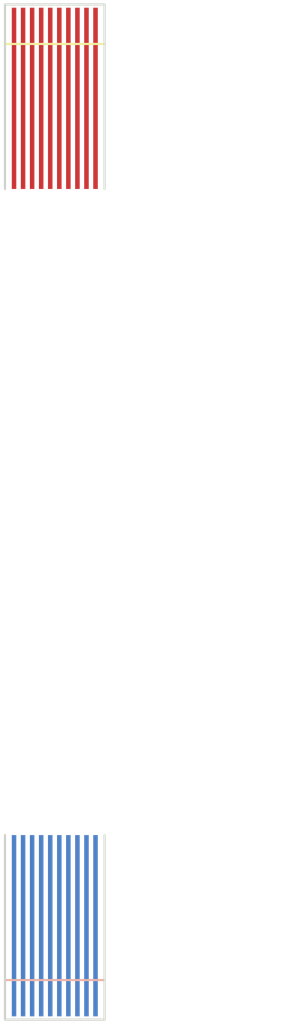
<source format=kicad_pcb>
(kicad_pcb (version 20241229) (generator "pcbnew") (generator_version "9.0")
  (layers (0 "F.Cu" signal) (2 "B.Cu" signal) (13 "F.Paste" user) (15 "B.Paste" user) (5 "F.SilkS" user "F.Silkscreen") (7 "B.SilkS" user "B.Silkscreen") (1 "F.Mask" user) (3 "B.Mask" user) (25 "Edge.Cuts" user))
  (net 0 "")
  (net 1 "Net-(C1-Pad2)")
  (net 2 "Net-(C1-Pad1)")
  (net 3 "Net-(C1-Pad3)")
  (net 4 "Net-(C1-Pad4)")
  (net 5 "Net-(C1-Pad5)")
  (net 6 "Net-(C1-Pad8)")
  (net 7 "Net-(C1-Pad10)")
  (net 8 "Net-(C1-Pad9)")
  (net 9 "Net-(C1-Pad6)")
  (net 10 "Net-(C1-Pad7)")
  (footprint "trill-flex:trill_flex_longv2" (layer "F.Cu") (at 68.45 62.4775)
    (property "Reference" "C1" (hide yes))
    (property "Value" "trill-flex-conector")
    (fp_line (start -8.25 -2.18) (end -2.75 -2.18) (stroke (width 0.12)) (layer "F.SilkS"))
    (fp_line (start -8.25 0) (end -8.25 -2.18) (stroke (width 0.12)) (layer "F.SilkS"))
    (fp_line (start -8.25 0) (end -2.75 0) (stroke (width 0.12)) (layer "F.SilkS"))
    (fp_line (start -2.75 0) (end -2.75 -2.18) (stroke (width 0.12)) (layer "F.SilkS"))
    (fp_line (start -8.25 -2.18) (end -2.75 -2.18) (stroke (width 0.12)) (layer "Edge.Cuts"))
    (fp_line (start -8.25 8) (end -8.25 -2.18) (stroke (width 0.12)) (layer "Edge.Cuts"))
    (fp_line (start -2.75 8) (end -2.75 -2.18) (stroke (width 0.12)) (layer "Edge.Cuts"))
    (pad "1" smd custom (at -7.75 7) (size 0.25 2) (layers "F.Cu") (net 2 "Net-(C1-Pad1)") (options (clearance outline) (anchor rect)) (primitives (gr_poly (pts (xy -0.125 -1) (xy -0.125 -9) (xy 0.125 -9) (xy 0.125 -1)) (width 0) (fill yes))))
    (pad "2" smd custom (at -7.25 7) (size 0.25 2) (layers "F.Cu") (net 1 "Net-(C1-Pad2)") (options (clearance outline) (anchor rect)) (primitives (gr_poly (pts (xy -0.125 -1) (xy -0.125 -9) (xy 0.125 -9) (xy 0.125 -1)) (width 0) (fill yes))))
    (pad "3" smd custom (at -6.75 7) (size 0.25 2) (layers "F.Cu") (net 3 "Net-(C1-Pad3)") (options (clearance outline) (anchor rect)) (primitives (gr_poly (pts (xy -0.125 -1) (xy -0.125 -9) (xy 0.125 -9) (xy 0.125 -1)) (width 0) (fill yes))))
    (pad "4" smd custom (at -6.25 7) (size 0.25 2) (layers "F.Cu") (net 4 "Net-(C1-Pad4)") (options (clearance outline) (anchor rect)) (primitives (gr_poly (pts (xy -0.125 -1) (xy -0.125 -9) (xy 0.125 -9) (xy 0.125 -1)) (width 0) (fill yes))))
    (pad "5" smd custom (at -5.75 7) (size 0.25 2) (layers "F.Cu") (net 5 "Net-(C1-Pad5)") (options (clearance outline) (anchor rect)) (primitives (gr_poly (pts (xy -0.125 -1) (xy -0.125 -9) (xy 0.125 -9) (xy 0.125 -1)) (width 0) (fill yes))))
    (pad "6" smd custom (at -5.25 7) (size 0.25 2) (layers "F.Cu") (net 9 "Net-(C1-Pad6)") (options (clearance outline) (anchor rect)) (primitives (gr_poly (pts (xy -0.125 -1) (xy -0.125 -9) (xy 0.125 -9) (xy 0.125 -1)) (width 0) (fill yes))))
    (pad "7" smd custom (at -4.75 7) (size 0.25 2) (layers "F.Cu") (net 10 "Net-(C1-Pad7)") (options (clearance outline) (anchor rect)) (primitives (gr_poly (pts (xy -0.125 -1) (xy -0.125 -9) (xy 0.125 -9) (xy 0.125 -1)) (width 0) (fill yes))))
    (pad "8" smd custom (at -4.25 7) (size 0.25 2) (layers "F.Cu") (net 6 "Net-(C1-Pad8)") (options (clearance outline) (anchor rect)) (primitives (gr_poly (pts (xy -0.125 -1) (xy -0.125 -9) (xy 0.125 -9) (xy 0.125 -1)) (width 0) (fill yes))))
    (pad "9" smd custom (at -3.75 7) (size 0.25 2) (layers "F.Cu") (net 8 "Net-(C1-Pad9)") (options (clearance outline) (anchor rect)) (primitives (gr_poly (pts (xy -0.125 -1) (xy -0.125 -9) (xy 0.125 -9) (xy 0.125 -1)) (width 0) (fill yes))))
    (pad "10" smd custom (at -3.25 7) (size 0.25 2) (layers "F.Cu") (net 7 "Net-(C1-Pad10)") (options (clearance outline) (anchor rect)) (primitives (gr_poly (pts (xy -0.125 -1) (xy -0.125 -9) (xy 0.125 -9) (xy 0.125 -1)) (width 0) (fill yes))))
  )
  (footprint "trill-flex:trill_flex_longv2" (layer "B.Cu") (at 68.45 114.1175)
    (property "Reference" "C2" (hide yes))
    (property "Value" "trill-flex-conector")
    (fp_line (start -8.25 0) (end -8.25 2.18) (stroke (width 0.12)) (layer "B.SilkS"))
    (fp_line (start -8.25 0) (end -2.75 0) (stroke (width 0.12)) (layer "B.SilkS"))
    (fp_line (start -8.25 2.18) (end -2.75 2.18) (stroke (width 0.12)) (layer "B.SilkS"))
    (fp_line (start -2.75 0) (end -2.75 2.18) (stroke (width 0.12)) (layer "B.SilkS"))
    (fp_line (start -8.25 -8) (end -8.25 2.18) (stroke (width 0.12)) (layer "Edge.Cuts"))
    (fp_line (start -8.25 2.18) (end -2.75 2.18) (stroke (width 0.12)) (layer "Edge.Cuts"))
    (fp_line (start -2.75 -8) (end -2.75 2.18) (stroke (width 0.12)) (layer "Edge.Cuts"))
    (pad "1" smd custom (at -7.75 -7) (size 0.25 2) (layers "B.Cu") (net 2 "Net-(C1-Pad1)") (options (clearance outline) (anchor rect)) (primitives (gr_poly (pts (xy -0.125 1) (xy -0.125 9) (xy 0.125 9) (xy 0.125 1)) (width 0) (fill yes))))
    (pad "2" smd custom (at -7.25 -7) (size 0.25 2) (layers "B.Cu") (net 1 "Net-(C1-Pad2)") (options (clearance outline) (anchor rect)) (primitives (gr_poly (pts (xy -0.125 1) (xy -0.125 9) (xy 0.125 9) (xy 0.125 1)) (width 0) (fill yes))))
    (pad "3" smd custom (at -6.75 -7) (size 0.25 2) (layers "B.Cu") (net 3 "Net-(C1-Pad3)") (options (clearance outline) (anchor rect)) (primitives (gr_poly (pts (xy -0.125 1) (xy -0.125 9) (xy 0.125 9) (xy 0.125 1)) (width 0) (fill yes))))
    (pad "4" smd custom (at -6.25 -7) (size 0.25 2) (layers "B.Cu") (net 4 "Net-(C1-Pad4)") (options (clearance outline) (anchor rect)) (primitives (gr_poly (pts (xy -0.125 1) (xy -0.125 9) (xy 0.125 9) (xy 0.125 1)) (width 0) (fill yes))))
    (pad "5" smd custom (at -5.75 -7) (size 0.25 2) (layers "B.Cu") (net 5 "Net-(C1-Pad5)") (options (clearance outline) (anchor rect)) (primitives (gr_poly (pts (xy -0.125 1) (xy -0.125 9) (xy 0.125 9) (xy 0.125 1)) (width 0) (fill yes))))
    (pad "6" smd custom (at -5.25 -7) (size 0.25 2) (layers "B.Cu") (net 9 "Net-(C1-Pad6)") (options (clearance outline) (anchor rect)) (primitives (gr_poly (pts (xy -0.125 1) (xy -0.125 9) (xy 0.125 9) (xy 0.125 1)) (width 0) (fill yes))))
    (pad "7" smd custom (at -4.75 -7) (size 0.25 2) (layers "B.Cu") (net 10 "Net-(C1-Pad7)") (options (clearance outline) (anchor rect)) (primitives (gr_poly (pts (xy -0.125 1) (xy -0.125 9) (xy 0.125 9) (xy 0.125 1)) (width 0) (fill yes))))
    (pad "8" smd custom (at -4.25 -7) (size 0.25 2) (layers "B.Cu") (net 6 "Net-(C1-Pad8)") (options (clearance outline) (anchor rect)) (primitives (gr_poly (pts (xy -0.125 1) (xy -0.125 9) (xy 0.125 9) (xy 0.125 1)) (width 0) (fill yes))))
    (pad "9" smd custom (at -3.75 -7) (size 0.25 2) (layers "B.Cu") (net 8 "Net-(C1-Pad9)") (options (clearance outline) (anchor rect)) (primitives (gr_poly (pts (xy -0.125 1) (xy -0.125 9) (xy 0.125 9) (xy 0.125 1)) (width 0) (fill yes))))
    (pad "10" smd custom (at -3.25 -7) (size 0.25 2) (layers "B.Cu") (net 7 "Net-(C1-Pad10)") (options (clearance outline) (anchor rect)) (primitives (gr_poly (pts (xy -0.125 1) (xy -0.125 9) (xy 0.125 9) (xy 0.125 1)) (width 0) (fill yes))))
  )
)
</source>
